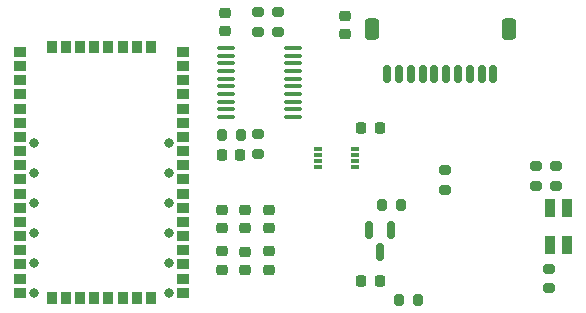
<source format=gbr>
%TF.GenerationSoftware,KiCad,Pcbnew,8.0.7*%
%TF.CreationDate,2025-04-13T14:21:12-04:00*%
%TF.ProjectId,radio,72616469-6f2e-46b6-9963-61645f706362,rev?*%
%TF.SameCoordinates,Original*%
%TF.FileFunction,Paste,Top*%
%TF.FilePolarity,Positive*%
%FSLAX46Y46*%
G04 Gerber Fmt 4.6, Leading zero omitted, Abs format (unit mm)*
G04 Created by KiCad (PCBNEW 8.0.7) date 2025-04-13 14:21:12*
%MOMM*%
%LPD*%
G01*
G04 APERTURE LIST*
G04 Aperture macros list*
%AMRoundRect*
0 Rectangle with rounded corners*
0 $1 Rounding radius*
0 $2 $3 $4 $5 $6 $7 $8 $9 X,Y pos of 4 corners*
0 Add a 4 corners polygon primitive as box body*
4,1,4,$2,$3,$4,$5,$6,$7,$8,$9,$2,$3,0*
0 Add four circle primitives for the rounded corners*
1,1,$1+$1,$2,$3*
1,1,$1+$1,$4,$5*
1,1,$1+$1,$6,$7*
1,1,$1+$1,$8,$9*
0 Add four rect primitives between the rounded corners*
20,1,$1+$1,$2,$3,$4,$5,0*
20,1,$1+$1,$4,$5,$6,$7,0*
20,1,$1+$1,$6,$7,$8,$9,0*
20,1,$1+$1,$8,$9,$2,$3,0*%
G04 Aperture macros list end*
%ADD10R,1.000000X0.900000*%
%ADD11R,0.900000X1.000000*%
%ADD12C,0.800000*%
%ADD13R,0.800000X0.300000*%
%ADD14RoundRect,0.225000X-0.250000X0.225000X-0.250000X-0.225000X0.250000X-0.225000X0.250000X0.225000X0*%
%ADD15RoundRect,0.200000X0.275000X-0.200000X0.275000X0.200000X-0.275000X0.200000X-0.275000X-0.200000X0*%
%ADD16RoundRect,0.225000X0.250000X-0.225000X0.250000X0.225000X-0.250000X0.225000X-0.250000X-0.225000X0*%
%ADD17RoundRect,0.200000X-0.200000X-0.275000X0.200000X-0.275000X0.200000X0.275000X-0.200000X0.275000X0*%
%ADD18RoundRect,0.150000X-0.150000X0.587500X-0.150000X-0.587500X0.150000X-0.587500X0.150000X0.587500X0*%
%ADD19R,0.900000X1.500000*%
%ADD20RoundRect,0.100000X-0.637500X-0.100000X0.637500X-0.100000X0.637500X0.100000X-0.637500X0.100000X0*%
%ADD21RoundRect,0.225000X-0.225000X-0.250000X0.225000X-0.250000X0.225000X0.250000X-0.225000X0.250000X0*%
%ADD22RoundRect,0.200000X-0.275000X0.200000X-0.275000X-0.200000X0.275000X-0.200000X0.275000X0.200000X0*%
%ADD23RoundRect,0.150000X0.150000X0.625000X-0.150000X0.625000X-0.150000X-0.625000X0.150000X-0.625000X0*%
%ADD24RoundRect,0.250000X0.350000X0.650000X-0.350000X0.650000X-0.350000X-0.650000X0.350000X-0.650000X0*%
%ADD25RoundRect,0.225000X0.225000X0.250000X-0.225000X0.250000X-0.225000X-0.250000X0.225000X-0.250000X0*%
G04 APERTURE END LIST*
D10*
%TO.C,U2*%
X142200000Y-111500000D03*
X142200000Y-110300000D03*
X142200000Y-109100000D03*
X142200000Y-107900000D03*
X142200000Y-106700000D03*
X142200000Y-105500000D03*
X142200000Y-104300000D03*
X142200000Y-103100000D03*
X142200000Y-101900000D03*
X142200000Y-100700000D03*
X142200000Y-99500000D03*
X142200000Y-98300000D03*
X142200000Y-97100000D03*
X142200000Y-95900000D03*
X142200000Y-94700000D03*
X142200000Y-93500000D03*
X142200000Y-92300000D03*
X142200000Y-91100000D03*
D11*
X139500000Y-90650000D03*
X138300000Y-90650000D03*
X137100000Y-90650000D03*
X135900000Y-90650000D03*
X134700000Y-90650000D03*
X133500000Y-90650000D03*
X132300000Y-90650000D03*
X131100000Y-90650000D03*
D10*
X128400000Y-91100000D03*
X128400000Y-92300000D03*
X128400000Y-93500000D03*
X128400000Y-94700000D03*
X128400000Y-95900000D03*
X128400000Y-97100000D03*
X128400000Y-98300000D03*
X128400000Y-99500000D03*
X128400000Y-100700000D03*
X128400000Y-101900000D03*
X128400000Y-103100000D03*
X128400000Y-104300000D03*
X128400000Y-105500000D03*
X128400000Y-106700000D03*
X128400000Y-107900000D03*
X128400000Y-109100000D03*
X128400000Y-110300000D03*
X128400000Y-111500000D03*
D11*
X131100000Y-111950000D03*
X132300000Y-111950000D03*
X133500000Y-111950000D03*
X134700000Y-111950000D03*
X135900000Y-111950000D03*
X137100000Y-111950000D03*
X138300000Y-111950000D03*
X139500000Y-111950000D03*
D12*
X141000000Y-98810000D03*
X129600000Y-98810000D03*
X141000000Y-101350000D03*
X129600000Y-101350000D03*
X141000000Y-103890000D03*
X129600000Y-103890000D03*
X141000000Y-106430000D03*
X129600000Y-106430000D03*
X141000000Y-108970000D03*
X129600000Y-108970000D03*
X141000000Y-111510000D03*
X129600000Y-111510000D03*
%TD*%
D13*
%TO.C,U1*%
X153650000Y-99350000D03*
X153650000Y-99850000D03*
X153650000Y-100350000D03*
X153650000Y-100850000D03*
X156750000Y-100850000D03*
X156750000Y-100350000D03*
X156750000Y-99850000D03*
X156750000Y-99350000D03*
%TD*%
D14*
%TO.C,C1*%
X147500000Y-104450000D03*
X147500000Y-106000000D03*
%TD*%
D15*
%TO.C,R6*%
X148600000Y-99725000D03*
X148600000Y-98075000D03*
%TD*%
D16*
%TO.C,C10*%
X149500000Y-109525000D03*
X149500000Y-107975000D03*
%TD*%
D17*
%TO.C,R8*%
X159025000Y-104100000D03*
X160675000Y-104100000D03*
%TD*%
D18*
%TO.C,Q1*%
X159850000Y-106162500D03*
X157950000Y-106162500D03*
X158900000Y-108037500D03*
%TD*%
D19*
%TO.C,D1*%
X174700000Y-107450000D03*
X173300000Y-107450000D03*
X174700000Y-104350000D03*
X173300000Y-104350000D03*
%TD*%
D20*
%TO.C,U3*%
X145837500Y-90775000D03*
X145837500Y-91425000D03*
X145837500Y-92075000D03*
X145837500Y-92725000D03*
X145837500Y-93375000D03*
X145837500Y-94025000D03*
X145837500Y-94675000D03*
X145837500Y-95325000D03*
X145837500Y-95975000D03*
X145837500Y-96625000D03*
X151562500Y-96625000D03*
X151562500Y-95975000D03*
X151562500Y-95325000D03*
X151562500Y-94675000D03*
X151562500Y-94025000D03*
X151562500Y-93375000D03*
X151562500Y-92725000D03*
X151562500Y-92075000D03*
X151562500Y-91425000D03*
X151562500Y-90775000D03*
%TD*%
D15*
%TO.C,R4*%
X164400000Y-102775000D03*
X164400000Y-101125000D03*
%TD*%
D21*
%TO.C,C8*%
X145525000Y-99800000D03*
X147075000Y-99800000D03*
%TD*%
D14*
%TO.C,C5*%
X145800000Y-87775000D03*
X145800000Y-89325000D03*
%TD*%
D22*
%TO.C,R9*%
X150250000Y-87725000D03*
X150250000Y-89375000D03*
%TD*%
D21*
%TO.C,C9*%
X157325000Y-110500000D03*
X158875000Y-110500000D03*
%TD*%
D22*
%TO.C,R1*%
X173800000Y-100775000D03*
X173800000Y-102425000D03*
%TD*%
D16*
%TO.C,C3*%
X145500000Y-109525000D03*
X145500000Y-107975000D03*
%TD*%
D15*
%TO.C,R3*%
X173200000Y-111125000D03*
X173200000Y-109475000D03*
%TD*%
D16*
%TO.C,C2*%
X147500000Y-109550000D03*
X147500000Y-108000000D03*
%TD*%
D14*
%TO.C,C4*%
X145500000Y-104475000D03*
X145500000Y-106025000D03*
%TD*%
%TO.C,C6*%
X155950000Y-88075000D03*
X155950000Y-89625000D03*
%TD*%
D22*
%TO.C,R2*%
X172100000Y-100800000D03*
X172100000Y-102450000D03*
%TD*%
D17*
%TO.C,R5*%
X160475000Y-112100000D03*
X162125000Y-112100000D03*
%TD*%
D23*
%TO.C,J1*%
X168500000Y-93000000D03*
X167500000Y-93000000D03*
X166500000Y-93000000D03*
X165500000Y-93000000D03*
X164500000Y-93000000D03*
X163500000Y-93000000D03*
X162500000Y-93000000D03*
X161500000Y-93000000D03*
X160500000Y-93000000D03*
X159500000Y-93000000D03*
D24*
X169800000Y-89125000D03*
X158200000Y-89125000D03*
%TD*%
D22*
%TO.C,R7*%
X148550000Y-87725000D03*
X148550000Y-89375000D03*
%TD*%
D25*
%TO.C,C7*%
X158875000Y-97550000D03*
X157325000Y-97550000D03*
%TD*%
D17*
%TO.C,R10*%
X145475000Y-98100000D03*
X147125000Y-98100000D03*
%TD*%
D14*
%TO.C,C11*%
X149500000Y-104475000D03*
X149500000Y-106025000D03*
%TD*%
M02*

</source>
